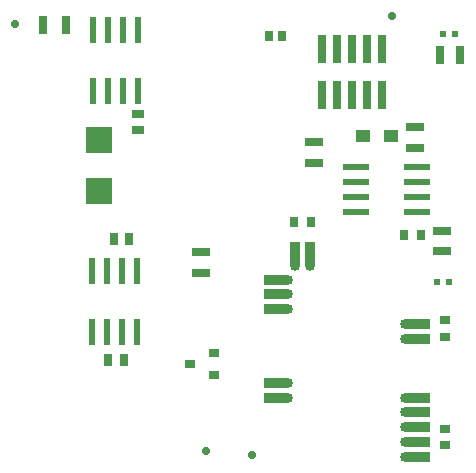
<source format=gtp>
%FSLAX24Y24*%
%MOIN*%
G70*
G01*
G75*
G04 Layer_Color=8421504*
%ADD10C,0.0079*%
%ADD11R,0.0236X0.0886*%
%ADD12R,0.0299X0.0945*%
%ADD13R,0.0315X0.0354*%
%ADD14R,0.0886X0.0236*%
%ADD15R,0.0846X0.0335*%
%ADD16C,0.0335*%
%ADD17R,0.0335X0.0846*%
%ADD18R,0.0315X0.0630*%
%ADD19R,0.0394X0.0276*%
%ADD20R,0.0236X0.0197*%
%ADD21R,0.0276X0.0394*%
%ADD22R,0.0354X0.0315*%
%ADD23R,0.0906X0.0906*%
%ADD24R,0.0492X0.0433*%
%ADD25R,0.0354X0.0315*%
%ADD26R,0.0591X0.0295*%
%ADD27R,0.0295X0.0591*%
%ADD28C,0.0276*%
%ADD29C,0.0100*%
%ADD30C,0.0118*%
%ADD31C,0.0138*%
%ADD32C,0.0098*%
%ADD33C,0.0380*%
%ADD34R,0.0380X0.0380*%
%ADD35O,0.0669X0.1181*%
%ADD36C,0.0380*%
%ADD37R,0.2165X0.0827*%
%ADD38R,0.0118X0.0295*%
%ADD39R,0.0480X0.0358*%
%ADD40R,0.0358X0.0480*%
%ADD41R,0.0630X0.1063*%
%ADD42R,0.0906X0.0236*%
%ADD43R,0.0630X0.0315*%
%ADD44C,0.0236*%
%ADD45C,0.0394*%
%ADD46C,0.0039*%
%ADD47C,0.0063*%
D11*
X4648Y6811D02*
D03*
X4148D02*
D03*
X3648D02*
D03*
X4648Y4764D02*
D03*
X4148D02*
D03*
X3648D02*
D03*
X3148D02*
D03*
Y6811D02*
D03*
X4687Y14843D02*
D03*
X4187D02*
D03*
X3687D02*
D03*
X4687Y12795D02*
D03*
X4187D02*
D03*
X3687D02*
D03*
X3187D02*
D03*
Y14843D02*
D03*
D12*
X10811Y12657D02*
D03*
Y14193D02*
D03*
X11311Y12657D02*
D03*
Y14193D02*
D03*
X11811Y12657D02*
D03*
Y14193D02*
D03*
X12811Y12657D02*
D03*
Y14193D02*
D03*
X12311Y12657D02*
D03*
Y14193D02*
D03*
D13*
X9469Y14646D02*
D03*
X9035D02*
D03*
X14094Y7992D02*
D03*
X13543D02*
D03*
X10433Y8425D02*
D03*
X9882D02*
D03*
D14*
X13976Y10278D02*
D03*
Y9278D02*
D03*
Y9778D02*
D03*
Y8778D02*
D03*
X11929Y10278D02*
D03*
Y9778D02*
D03*
Y9278D02*
D03*
Y8778D02*
D03*
D15*
X14006Y5039D02*
D03*
Y2579D02*
D03*
Y2087D02*
D03*
Y4547D02*
D03*
Y1594D02*
D03*
Y610D02*
D03*
Y1102D02*
D03*
X9262Y6516D02*
D03*
Y6024D02*
D03*
Y5531D02*
D03*
Y3071D02*
D03*
Y2579D02*
D03*
D16*
X13583Y5039D02*
D03*
X10404Y6959D02*
D03*
X13583Y4547D02*
D03*
Y2579D02*
D03*
Y2087D02*
D03*
Y1594D02*
D03*
Y1102D02*
D03*
Y610D02*
D03*
X9911Y6959D02*
D03*
X9685Y6516D02*
D03*
Y6024D02*
D03*
Y5531D02*
D03*
Y2579D02*
D03*
Y3071D02*
D03*
D17*
X10404Y7382D02*
D03*
X9911D02*
D03*
D18*
X2283Y15001D02*
D03*
X1496D02*
D03*
D19*
X4685Y12028D02*
D03*
Y11516D02*
D03*
D20*
X15236Y14685D02*
D03*
X14843D02*
D03*
X15039Y6417D02*
D03*
X14646D02*
D03*
D21*
X4201Y3819D02*
D03*
X3689D02*
D03*
X4390Y7874D02*
D03*
X3878D02*
D03*
D22*
X14921Y5157D02*
D03*
Y4606D02*
D03*
X14921Y1535D02*
D03*
Y984D02*
D03*
D23*
X3386Y11171D02*
D03*
Y9469D02*
D03*
D24*
X13100Y11299D02*
D03*
X12175D02*
D03*
D25*
X7205Y4075D02*
D03*
Y3327D02*
D03*
X6417Y3701D02*
D03*
D26*
X6772Y7431D02*
D03*
Y6742D02*
D03*
X14803Y8140D02*
D03*
Y7451D02*
D03*
X13898Y11604D02*
D03*
Y10915D02*
D03*
X10551Y11093D02*
D03*
Y10404D02*
D03*
D27*
X15423Y14016D02*
D03*
X14734D02*
D03*
D28*
X591Y15039D02*
D03*
X6929Y787D02*
D03*
X13150Y15315D02*
D03*
X8465Y669D02*
D03*
M02*

</source>
